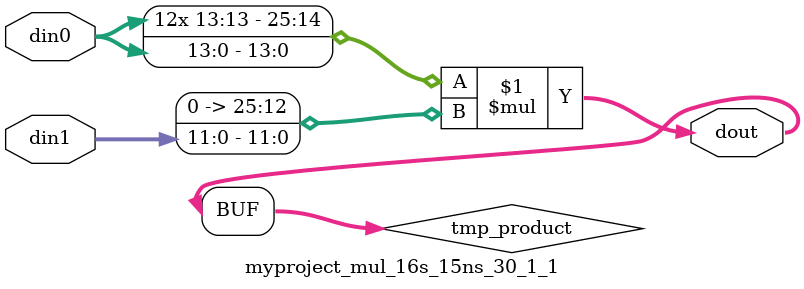
<source format=v>

`timescale 1 ns / 1 ps

  module myproject_mul_16s_15ns_30_1_1(din0, din1, dout);
parameter ID = 1;
parameter NUM_STAGE = 0;
parameter din0_WIDTH = 14;
parameter din1_WIDTH = 12;
parameter dout_WIDTH = 26;

input [din0_WIDTH - 1 : 0] din0; 
input [din1_WIDTH - 1 : 0] din1; 
output [dout_WIDTH - 1 : 0] dout;

wire signed [dout_WIDTH - 1 : 0] tmp_product;












assign tmp_product = $signed(din0) * $signed({1'b0, din1});









assign dout = tmp_product;







endmodule

</source>
